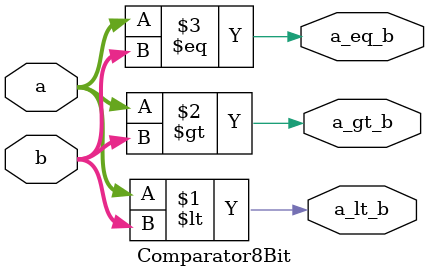
<source format=v>
/*
 * 8-Bit Comparator
 * ----------------
 * By: Thomas Carpenter
 * For: University of Leeds
 * Date: 30th December 2017
 *
 * Description
 * -----------
 * The module is a simple 8-bit Comparator that has been
 * built in Verilog using Behavioural design and continuous
 * assign statements.
 *
 */

module Comparator8Bit ( 
    input  [7:0] a, 
    input  [7:0] b, 
    output       a_lt_b,
    output       a_gt_b,
    output       a_eq_b
);

assign a_lt_b = (a < b);  //If a < b then this will set the LT output high
assign a_gt_b = (a > b);  //If a > b then this will set the GT output high
assign a_eq_b = (a == b); //If a == b then this will set the EQ output high

endmodule

</source>
